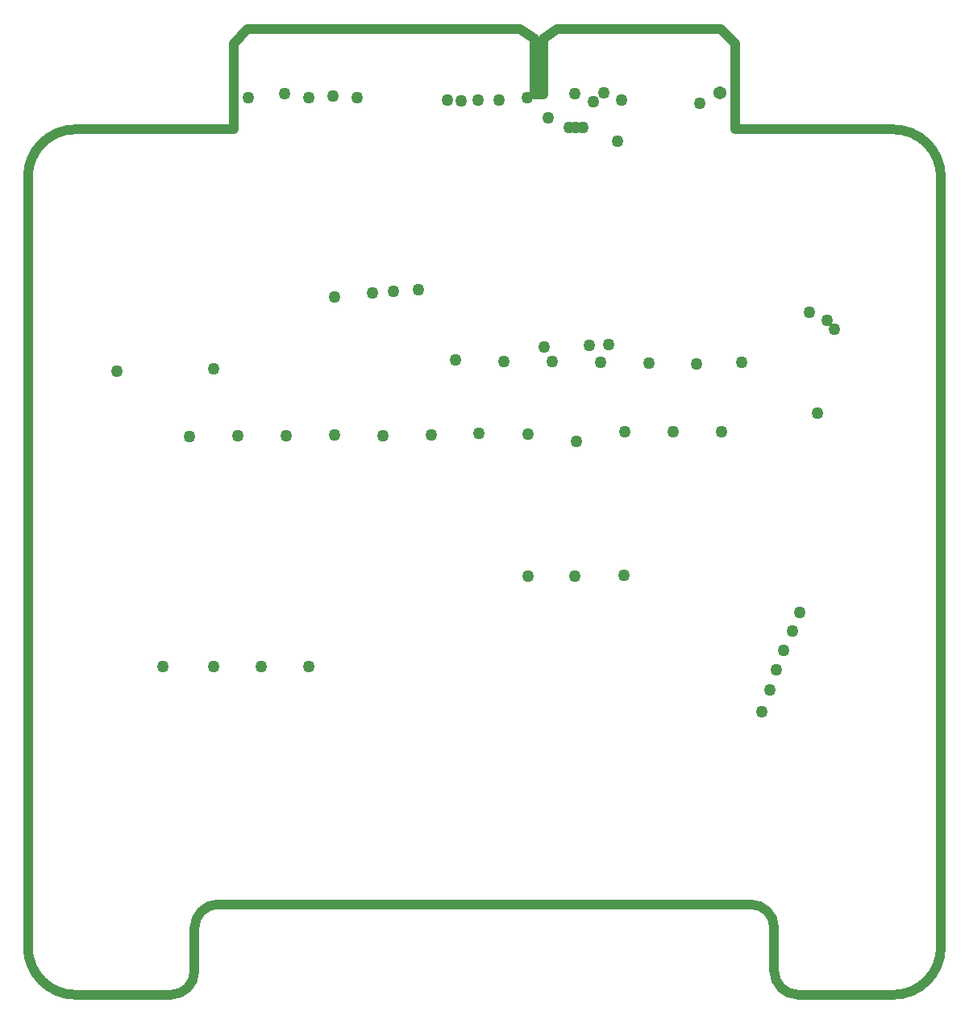
<source format=gbr>
%TF.GenerationSoftware,Altium Limited,Altium Designer,22.11.1 (43)*%
G04 Layer_Physical_Order=3*
G04 Layer_Color=128*
%FSLAX45Y45*%
%MOMM*%
%TF.SameCoordinates,AD8EF09A-55C0-4CAF-97A9-B7ED8585E017*%
%TF.FilePolarity,Negative*%
%TF.FileFunction,Copper,L3,Inr,Plane*%
%TF.Part,Single*%
G01*
G75*
%TA.AperFunction,NonConductor*%
%ADD17C,1.01600*%
%TA.AperFunction,ViaPad*%
%ADD18C,1.37200*%
%ADD19C,1.27000*%
D17*
Y500000D02*
G03*
X500000Y0I500000J0D01*
G01*
Y9080500D02*
G03*
X0Y8580500I0J-500000D01*
G01*
X9588500D02*
G03*
X9088500Y9080500I-500000J0D01*
G01*
Y0D02*
G03*
X9588500Y500000I0J500000D01*
G01*
X7838500Y250000D02*
G03*
X8088500Y0I250000J0D01*
G01*
X7838500Y700000D02*
G03*
X7588500Y950000I-250000J0D01*
G01*
X2000000D02*
G03*
X1750000Y700000I0J-250000D01*
G01*
X1500000Y0D02*
G03*
X1750000Y250000I-0J250000D01*
G01*
X0Y500000D02*
Y8580500D01*
X500000Y9080500D02*
X2160250D01*
X2160200Y9982500D02*
X2160250Y9080500D01*
X2160200Y9982500D02*
X2310200Y10132300D01*
X5170200D01*
X5320200Y10032300D01*
X5320250Y9444500D01*
X5411200D01*
Y10032300D01*
X5561200Y10132300D01*
Y10132500D01*
X7278200D01*
X7278200Y10132300D02*
X7278200Y10132500D01*
X7278200Y10132300D02*
X7428200Y9982500D01*
Y9080500D02*
Y9982500D01*
Y9080500D02*
X9088500D01*
X9588500Y500000D02*
Y8580500D01*
X8088500Y0D02*
X9088500D01*
X7838500Y250000D02*
Y700000D01*
X2000000Y950000D02*
X7588500D01*
X1750000Y250000D02*
X1750000Y700000D01*
X500000Y0D02*
X1500000D01*
D18*
X7270699Y9460001D02*
D03*
D19*
X7060000Y9350000D02*
D03*
X6231889Y9385591D02*
D03*
X4550000Y9380000D02*
D03*
X4404800Y9388814D02*
D03*
X7862600Y3410000D02*
D03*
X8290000Y6100000D02*
D03*
X8102600Y4010000D02*
D03*
X6780000Y5910000D02*
D03*
X8030000Y3820000D02*
D03*
X7936422Y3610536D02*
D03*
X7497400Y6632001D02*
D03*
X7710000Y2970000D02*
D03*
X7790000Y3200000D02*
D03*
X8470000Y6980000D02*
D03*
X8390000Y7080000D02*
D03*
X8210000Y7160000D02*
D03*
X6051686Y9460986D02*
D03*
X5934965Y9372364D02*
D03*
X5739999Y4389999D02*
D03*
X2947004Y3440000D02*
D03*
X2450000D02*
D03*
X7286000Y5904000D02*
D03*
X1950000Y3440000D02*
D03*
X4238000Y5872000D02*
D03*
X4997999Y6642001D02*
D03*
X1420000Y3440000D02*
D03*
X6520000Y6630000D02*
D03*
X6190000Y8960000D02*
D03*
X6100000Y6820000D02*
D03*
X6270000Y5910000D02*
D03*
X6256199Y4399080D02*
D03*
X5900000Y6810000D02*
D03*
X6013999Y6636001D02*
D03*
X5826599Y9097400D02*
D03*
X5681399D02*
D03*
X5753999D02*
D03*
X5461601Y9199289D02*
D03*
X5420000Y6800000D02*
D03*
X5250000Y4390000D02*
D03*
X5745949Y9452203D02*
D03*
X5762000Y5804380D02*
D03*
X5505999Y6644001D02*
D03*
X5246948Y9409999D02*
D03*
X4100000Y7400000D02*
D03*
X3840000Y7380000D02*
D03*
X4950000Y9390000D02*
D03*
X7020000Y6620000D02*
D03*
X4730000Y9390000D02*
D03*
X5254000Y5886000D02*
D03*
X4740000Y5890000D02*
D03*
X3460699Y9409999D02*
D03*
X4489999Y6659999D02*
D03*
X3730000Y5867993D02*
D03*
X3620000Y7360000D02*
D03*
X3222000Y5878000D02*
D03*
X3206699Y9429371D02*
D03*
X3220000Y7320000D02*
D03*
X2952699Y9409999D02*
D03*
X2714000Y5866000D02*
D03*
X2206000Y5864000D02*
D03*
X1949999Y6569999D02*
D03*
X2698674Y9451346D02*
D03*
X1698000Y5858000D02*
D03*
X933999Y6546001D02*
D03*
X2317699Y9409999D02*
D03*
%TF.MD5,b2abebb9dc57e53f9401fb895abc5c9f*%
M02*

</source>
